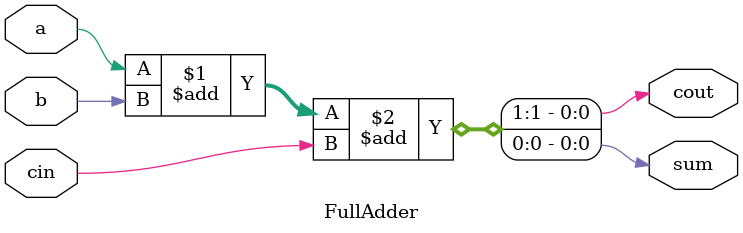
<source format=v>
module FullAdder(cout, sum, a, b, cin);
	input a, b, cin; // input, carry in 초기값
	output cout, sum; // carry, sum
	
	assign {cout, sum} = a + b + cin; // a + b의 2bit 결과, cin은 들어오는 carry이다.
endmodule 
</source>
